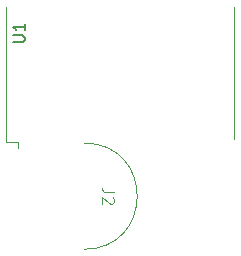
<source format=gbr>
%TF.GenerationSoftware,KiCad,Pcbnew,7.0.2*%
%TF.CreationDate,2024-04-02T19:02:07-04:00*%
%TF.ProjectId,filt2,66696c74-322e-46b6-9963-61645f706362,rev?*%
%TF.SameCoordinates,Original*%
%TF.FileFunction,Legend,Top*%
%TF.FilePolarity,Positive*%
%FSLAX46Y46*%
G04 Gerber Fmt 4.6, Leading zero omitted, Abs format (unit mm)*
G04 Created by KiCad (PCBNEW 7.0.2) date 2024-04-02 19:02:07*
%MOMM*%
%LPD*%
G01*
G04 APERTURE LIST*
%ADD10C,0.150000*%
%ADD11C,0.100000*%
%ADD12C,0.120000*%
G04 APERTURE END LIST*
D10*
%TO.C,U1*%
X115962619Y-86261904D02*
X116772142Y-86261904D01*
X116772142Y-86261904D02*
X116867380Y-86214285D01*
X116867380Y-86214285D02*
X116915000Y-86166666D01*
X116915000Y-86166666D02*
X116962619Y-86071428D01*
X116962619Y-86071428D02*
X116962619Y-85880952D01*
X116962619Y-85880952D02*
X116915000Y-85785714D01*
X116915000Y-85785714D02*
X116867380Y-85738095D01*
X116867380Y-85738095D02*
X116772142Y-85690476D01*
X116772142Y-85690476D02*
X115962619Y-85690476D01*
X116962619Y-84690476D02*
X116962619Y-85261904D01*
X116962619Y-84976190D02*
X115962619Y-84976190D01*
X115962619Y-84976190D02*
X116105476Y-85071428D01*
X116105476Y-85071428D02*
X116200714Y-85166666D01*
X116200714Y-85166666D02*
X116248333Y-85261904D01*
D11*
%TO.C,J2*%
X124537380Y-98966666D02*
X123823095Y-98966666D01*
X123823095Y-98966666D02*
X123680238Y-98919047D01*
X123680238Y-98919047D02*
X123585000Y-98823809D01*
X123585000Y-98823809D02*
X123537380Y-98680952D01*
X123537380Y-98680952D02*
X123537380Y-98585714D01*
X124442142Y-99395238D02*
X124489761Y-99442857D01*
X124489761Y-99442857D02*
X124537380Y-99538095D01*
X124537380Y-99538095D02*
X124537380Y-99776190D01*
X124537380Y-99776190D02*
X124489761Y-99871428D01*
X124489761Y-99871428D02*
X124442142Y-99919047D01*
X124442142Y-99919047D02*
X124346904Y-99966666D01*
X124346904Y-99966666D02*
X124251666Y-99966666D01*
X124251666Y-99966666D02*
X124108809Y-99919047D01*
X124108809Y-99919047D02*
X123537380Y-99347619D01*
X123537380Y-99347619D02*
X123537380Y-99966666D01*
D12*
%TO.C,U1*%
X115428000Y-94707000D02*
X116444000Y-94707000D01*
X116444000Y-94707000D02*
X116444000Y-95215000D01*
X115428000Y-83277000D02*
X115428000Y-94707000D01*
X134732000Y-83277000D02*
X134732000Y-94453000D01*
D11*
%TO.C,J2*%
X122000000Y-103800000D02*
G75*
G03*
X122000000Y-94800000I0J4500000D01*
G01*
%TD*%
M02*

</source>
